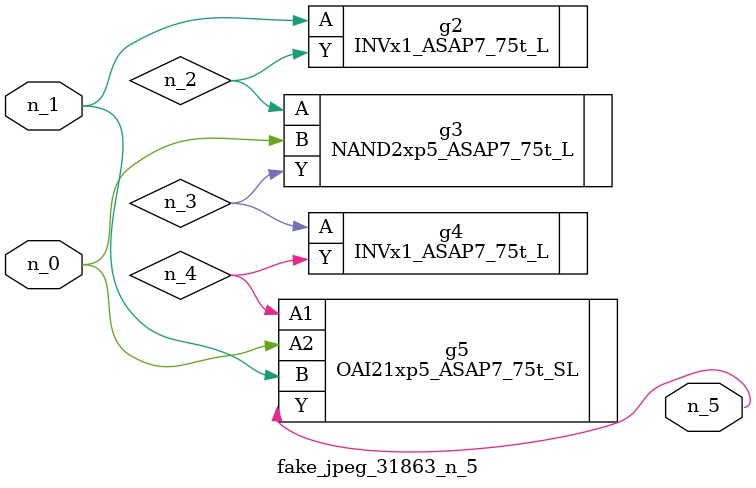
<source format=v>
module fake_jpeg_31863_n_5 (n_0, n_1, n_5);

input n_0;
input n_1;

output n_5;

wire n_2;
wire n_3;
wire n_4;

INVx1_ASAP7_75t_L g2 ( 
.A(n_1),
.Y(n_2)
);

NAND2xp5_ASAP7_75t_L g3 ( 
.A(n_2),
.B(n_0),
.Y(n_3)
);

INVx1_ASAP7_75t_L g4 ( 
.A(n_3),
.Y(n_4)
);

OAI21xp5_ASAP7_75t_SL g5 ( 
.A1(n_4),
.A2(n_0),
.B(n_1),
.Y(n_5)
);


endmodule
</source>
